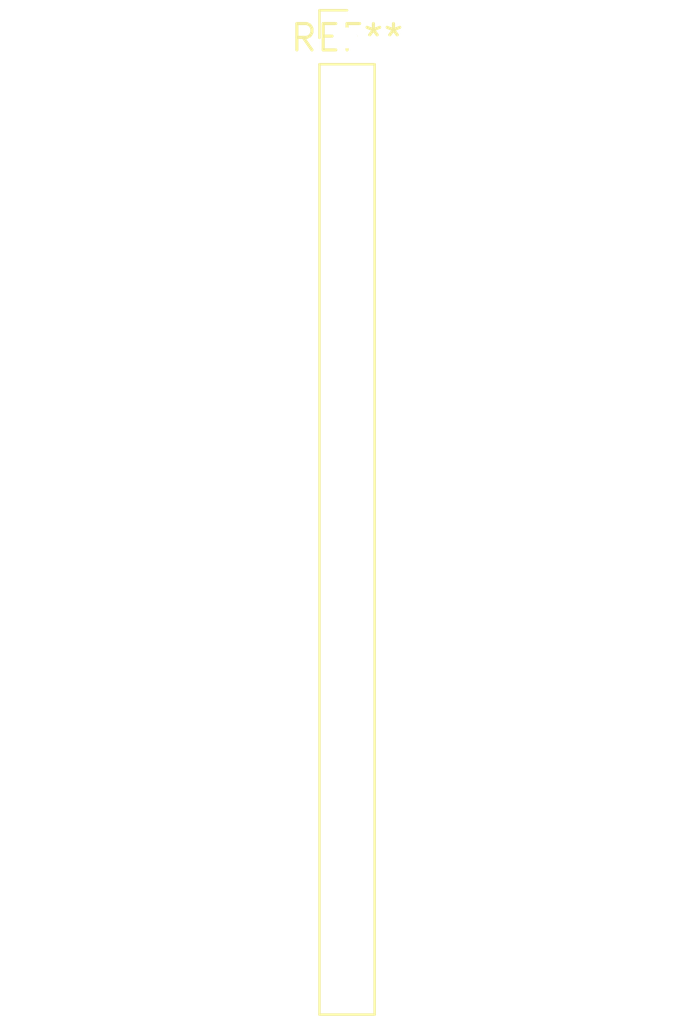
<source format=kicad_pcb>
(kicad_pcb (version 20240108) (generator pcbnew)
  (layers (0 "F.Cu" signal) (31 "B.Cu" signal) (34 "B.Paste" user) (35 "F.Paste" user) (36 "B.SilkS" user "B.Silkscreen") (37 "F.SilkS" user "F.Silkscreen") (38 "B.Mask" user) (39 "F.Mask" user) (44 "Edge.Cuts" user))
  (net 0 "")
  (footprint "PinHeader_1x19_P2.54mm_Vertical" (layer "F.Cu") (at 0 0)
    (property "Reference" "REF**")
    (property "Value" "PinHeader_1x19_P2.54mm_Vertical")
    (fp_line (start -1.33 -1.33) (end 0 -1.33) (layer "F.SilkS") (stroke (width 0.12)))
    (fp_line (start -1.33 0) (end -1.33 -1.33) (layer "F.SilkS") (stroke (width 0.12)))
    (fp_line (start -1.33 1.27) (end -1.33 47.05) (layer "F.SilkS") (stroke (width 0.12)))
    (fp_line (start -1.33 1.27) (end 1.33 1.27) (layer "F.SilkS") (stroke (width 0.12)))
    (fp_line (start -1.33 47.05) (end 1.33 47.05) (layer "F.SilkS") (stroke (width 0.12)))
    (fp_line (start 1.33 1.27) (end 1.33 47.05) (layer "F.SilkS") (stroke (width 0.12)))
    (pad "1" thru_hole rect (at 0 0) (size 1.7 1.7) (drill 1) (layers *.Cu *.Mask) (remove_unused_layers))
    (pad "2" thru_hole oval (at 0 2.54) (size 1.7 1.7) (drill 1) (layers *.Cu *.Mask) (remove_unused_layers))
    (pad "3" thru_hole oval (at 0 5.08) (size 1.7 1.7) (drill 1) (layers *.Cu *.Mask) (remove_unused_layers))
    (pad "4" thru_hole oval (at 0 7.62) (size 1.7 1.7) (drill 1) (layers *.Cu *.Mask) (remove_unused_layers))
    (pad "5" thru_hole oval (at 0 10.16) (size 1.7 1.7) (drill 1) (layers *.Cu *.Mask) (remove_unused_layers))
    (pad "6" thru_hole oval (at 0 12.7) (size 1.7 1.7) (drill 1) (layers *.Cu *.Mask) (remove_unused_layers))
    (pad "7" thru_hole oval (at 0 15.24) (size 1.7 1.7) (drill 1) (layers *.Cu *.Mask) (remove_unused_layers))
    (pad "8" thru_hole oval (at 0 17.78) (size 1.7 1.7) (drill 1) (layers *.Cu *.Mask) (remove_unused_layers))
    (pad "9" thru_hole oval (at 0 20.32) (size 1.7 1.7) (drill 1) (layers *.Cu *.Mask) (remove_unused_layers))
    (pad "10" thru_hole oval (at 0 22.86) (size 1.7 1.7) (drill 1) (layers *.Cu *.Mask) (remove_unused_layers))
    (pad "11" thru_hole oval (at 0 25.4) (size 1.7 1.7) (drill 1) (layers *.Cu *.Mask) (remove_unused_layers))
    (pad "12" thru_hole oval (at 0 27.94) (size 1.7 1.7) (drill 1) (layers *.Cu *.Mask) (remove_unused_layers))
    (pad "13" thru_hole oval (at 0 30.48) (size 1.7 1.7) (drill 1) (layers *.Cu *.Mask) (remove_unused_layers))
    (pad "14" thru_hole oval (at 0 33.02) (size 1.7 1.7) (drill 1) (layers *.Cu *.Mask) (remove_unused_layers))
    (pad "15" thru_hole oval (at 0 35.56) (size 1.7 1.7) (drill 1) (layers *.Cu *.Mask) (remove_unused_layers))
    (pad "16" thru_hole oval (at 0 38.1) (size 1.7 1.7) (drill 1) (layers *.Cu *.Mask) (remove_unused_layers))
    (pad "17" thru_hole oval (at 0 40.64) (size 1.7 1.7) (drill 1) (layers *.Cu *.Mask) (remove_unused_layers))
    (pad "18" thru_hole oval (at 0 43.18) (size 1.7 1.7) (drill 1) (layers *.Cu *.Mask) (remove_unused_layers))
    (pad "19" thru_hole oval (at 0 45.72) (size 1.7 1.7) (drill 1) (layers *.Cu *.Mask) (remove_unused_layers))
  )
)
</source>
